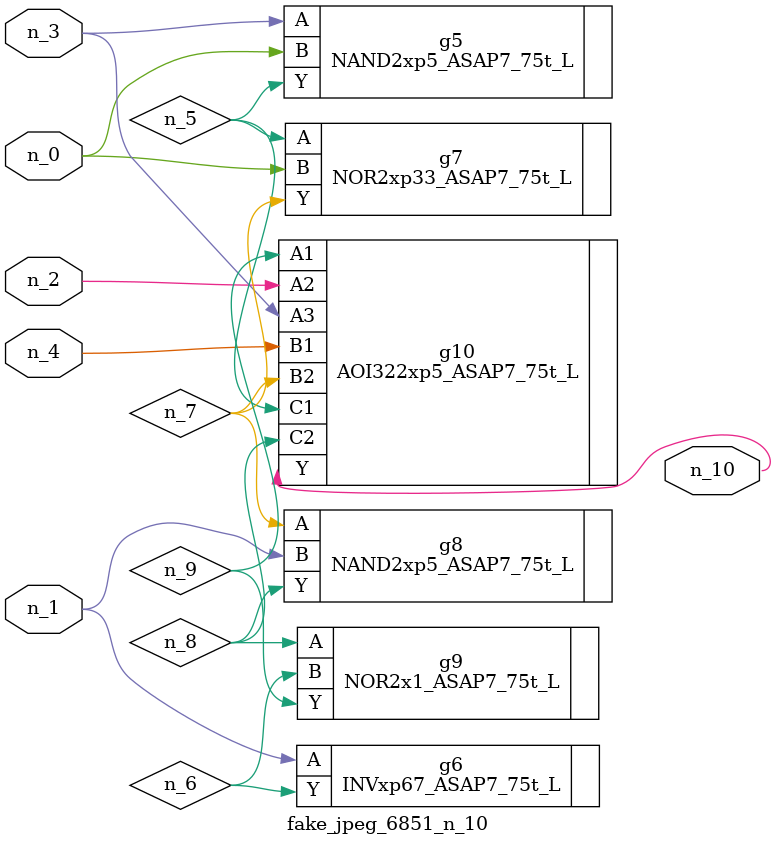
<source format=v>
module fake_jpeg_6851_n_10 (n_3, n_2, n_1, n_0, n_4, n_10);

input n_3;
input n_2;
input n_1;
input n_0;
input n_4;

output n_10;

wire n_8;
wire n_9;
wire n_6;
wire n_5;
wire n_7;

NAND2xp5_ASAP7_75t_L g5 ( 
.A(n_3),
.B(n_0),
.Y(n_5)
);

INVxp67_ASAP7_75t_L g6 ( 
.A(n_1),
.Y(n_6)
);

NOR2xp33_ASAP7_75t_L g7 ( 
.A(n_5),
.B(n_0),
.Y(n_7)
);

NAND2xp5_ASAP7_75t_L g8 ( 
.A(n_7),
.B(n_1),
.Y(n_8)
);

NOR2x1_ASAP7_75t_L g9 ( 
.A(n_8),
.B(n_6),
.Y(n_9)
);

AOI322xp5_ASAP7_75t_L g10 ( 
.A1(n_9),
.A2(n_2),
.A3(n_3),
.B1(n_4),
.B2(n_7),
.C1(n_5),
.C2(n_8),
.Y(n_10)
);


endmodule
</source>
